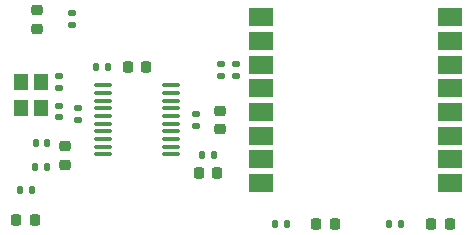
<source format=gbr>
%TF.GenerationSoftware,KiCad,Pcbnew,(6.0.6)*%
%TF.CreationDate,2023-12-09T00:18:58+03:00*%
%TF.ProjectId,GrandStationKicad,4772616e-6453-4746-9174-696f6e4b6963,rev?*%
%TF.SameCoordinates,Original*%
%TF.FileFunction,Paste,Top*%
%TF.FilePolarity,Positive*%
%FSLAX46Y46*%
G04 Gerber Fmt 4.6, Leading zero omitted, Abs format (unit mm)*
G04 Created by KiCad (PCBNEW (6.0.6)) date 2023-12-09 00:18:58*
%MOMM*%
%LPD*%
G01*
G04 APERTURE LIST*
G04 Aperture macros list*
%AMRoundRect*
0 Rectangle with rounded corners*
0 $1 Rounding radius*
0 $2 $3 $4 $5 $6 $7 $8 $9 X,Y pos of 4 corners*
0 Add a 4 corners polygon primitive as box body*
4,1,4,$2,$3,$4,$5,$6,$7,$8,$9,$2,$3,0*
0 Add four circle primitives for the rounded corners*
1,1,$1+$1,$2,$3*
1,1,$1+$1,$4,$5*
1,1,$1+$1,$6,$7*
1,1,$1+$1,$8,$9*
0 Add four rect primitives between the rounded corners*
20,1,$1+$1,$2,$3,$4,$5,0*
20,1,$1+$1,$4,$5,$6,$7,0*
20,1,$1+$1,$6,$7,$8,$9,0*
20,1,$1+$1,$8,$9,$2,$3,0*%
G04 Aperture macros list end*
%ADD10RoundRect,0.218750X-0.256250X0.218750X-0.256250X-0.218750X0.256250X-0.218750X0.256250X0.218750X0*%
%ADD11RoundRect,0.135000X0.135000X0.185000X-0.135000X0.185000X-0.135000X-0.185000X0.135000X-0.185000X0*%
%ADD12RoundRect,0.140000X0.140000X0.170000X-0.140000X0.170000X-0.140000X-0.170000X0.140000X-0.170000X0*%
%ADD13RoundRect,0.140000X0.170000X-0.140000X0.170000X0.140000X-0.170000X0.140000X-0.170000X-0.140000X0*%
%ADD14R,1.200000X1.400000*%
%ADD15R,2.000000X1.500000*%
%ADD16RoundRect,0.100000X-0.637500X-0.100000X0.637500X-0.100000X0.637500X0.100000X-0.637500X0.100000X0*%
%ADD17RoundRect,0.225000X0.225000X0.250000X-0.225000X0.250000X-0.225000X-0.250000X0.225000X-0.250000X0*%
%ADD18RoundRect,0.218750X0.218750X0.256250X-0.218750X0.256250X-0.218750X-0.256250X0.218750X-0.256250X0*%
%ADD19RoundRect,0.225000X-0.250000X0.225000X-0.250000X-0.225000X0.250000X-0.225000X0.250000X0.225000X0*%
%ADD20RoundRect,0.135000X-0.185000X0.135000X-0.185000X-0.135000X0.185000X-0.135000X0.185000X0.135000X0*%
%ADD21RoundRect,0.135000X-0.135000X-0.185000X0.135000X-0.185000X0.135000X0.185000X-0.135000X0.185000X0*%
%ADD22RoundRect,0.140000X-0.170000X0.140000X-0.170000X-0.140000X0.170000X-0.140000X0.170000X0.140000X0*%
%ADD23RoundRect,0.218750X-0.218750X-0.256250X0.218750X-0.256250X0.218750X0.256250X-0.218750X0.256250X0*%
G04 APERTURE END LIST*
D10*
%TO.C,D2*%
X180000000Y-92712500D03*
X180000000Y-94287500D03*
%TD*%
D11*
%TO.C,R6*%
X210820000Y-110800000D03*
X209800000Y-110800000D03*
%TD*%
D12*
%TO.C,C7*%
X180856250Y-104000000D03*
X179896250Y-104000000D03*
%TD*%
D13*
%TO.C,C10*%
X196850000Y-98270000D03*
X196850000Y-97310000D03*
%TD*%
%TO.C,C9*%
X195580000Y-98270000D03*
X195580000Y-97310000D03*
%TD*%
D11*
%TO.C,R4*%
X179580000Y-107950000D03*
X178560000Y-107950000D03*
%TD*%
D10*
%TO.C,FB1*%
X182356250Y-104212500D03*
X182356250Y-105787500D03*
%TD*%
D14*
%TO.C,Y1*%
X178650000Y-98800000D03*
X178650000Y-101000000D03*
X180350000Y-101000000D03*
X180350000Y-98800000D03*
%TD*%
D15*
%TO.C,U1*%
X199000000Y-93330000D03*
X199000000Y-95330000D03*
X199000000Y-97330000D03*
X199000000Y-99330000D03*
X199000000Y-101330000D03*
X199000000Y-103330000D03*
X199000000Y-105330000D03*
X199000000Y-107330000D03*
X215000000Y-107330000D03*
X215000000Y-105330000D03*
X215000000Y-103330000D03*
X215000000Y-101330000D03*
X215000000Y-99330000D03*
X215000000Y-97330000D03*
X215000000Y-95330000D03*
X215000000Y-93330000D03*
%TD*%
D16*
%TO.C,U2*%
X185637500Y-99075000D03*
X185637500Y-99725000D03*
X185637500Y-100375000D03*
X185637500Y-101025000D03*
X185637500Y-101675000D03*
X185637500Y-102325000D03*
X185637500Y-102975000D03*
X185637500Y-103625000D03*
X185637500Y-104275000D03*
X185637500Y-104925000D03*
X191362500Y-104925000D03*
X191362500Y-104275000D03*
X191362500Y-103625000D03*
X191362500Y-102975000D03*
X191362500Y-102325000D03*
X191362500Y-101675000D03*
X191362500Y-101025000D03*
X191362500Y-100375000D03*
X191362500Y-99725000D03*
X191362500Y-99075000D03*
%TD*%
D17*
%TO.C,C1*%
X189275000Y-97500000D03*
X187725000Y-97500000D03*
%TD*%
D18*
%TO.C,D4*%
X205257500Y-110800000D03*
X203682500Y-110800000D03*
%TD*%
%TO.C,D5*%
X214987500Y-110800000D03*
X213412500Y-110800000D03*
%TD*%
%TO.C,D1*%
X195287500Y-106500000D03*
X193712500Y-106500000D03*
%TD*%
D19*
%TO.C,C2*%
X195500000Y-101225000D03*
X195500000Y-102775000D03*
%TD*%
D20*
%TO.C,R3*%
X183000000Y-92990000D03*
X183000000Y-94010000D03*
%TD*%
D11*
%TO.C,R5*%
X201170000Y-110800000D03*
X200150000Y-110800000D03*
%TD*%
D21*
%TO.C,R2*%
X184990000Y-97500000D03*
X186010000Y-97500000D03*
%TD*%
D13*
%TO.C,C4*%
X183500000Y-101980000D03*
X183500000Y-101020000D03*
%TD*%
D22*
%TO.C,C6*%
X181850000Y-100820000D03*
X181850000Y-101780000D03*
%TD*%
D13*
%TO.C,C3*%
X181850000Y-99280000D03*
X181850000Y-98320000D03*
%TD*%
D11*
%TO.C,R1*%
X195010000Y-105000000D03*
X193990000Y-105000000D03*
%TD*%
D23*
%TO.C,D3*%
X178282500Y-110490000D03*
X179857500Y-110490000D03*
%TD*%
D22*
%TO.C,C5*%
X193500000Y-101520000D03*
X193500000Y-102480000D03*
%TD*%
D12*
%TO.C,C8*%
X180836250Y-106000000D03*
X179876250Y-106000000D03*
%TD*%
M02*

</source>
